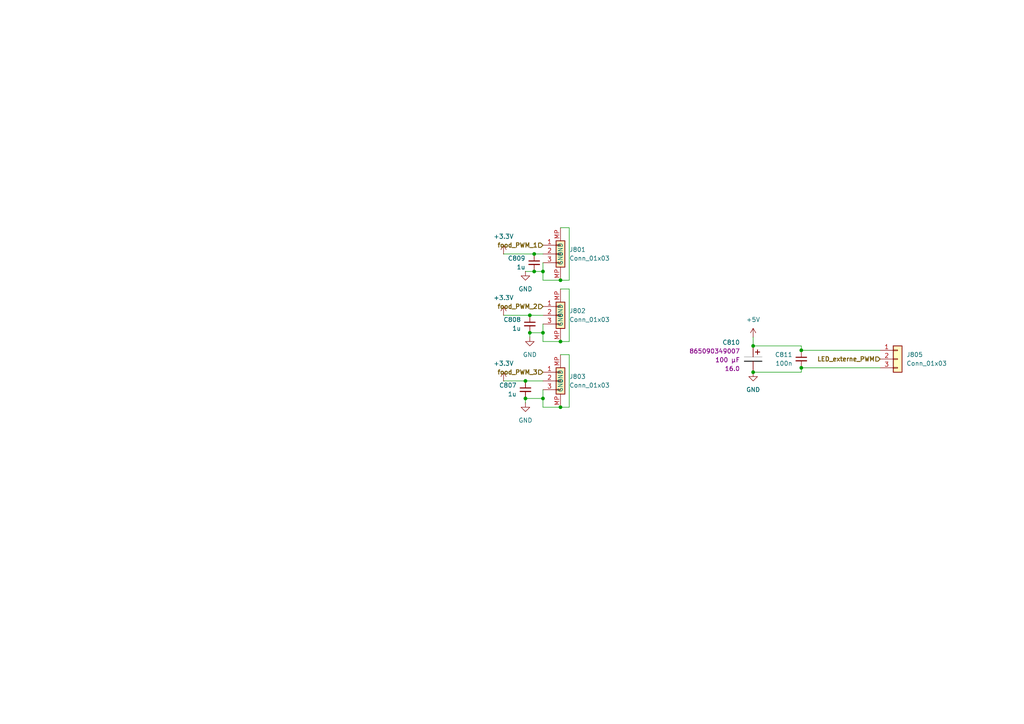
<source format=kicad_sch>
(kicad_sch (version 20250114) (generator "eeschema") (generator_version "9.0")
  (paper "A4")
  (lib_symbols
    (symbol "Capacitor_Wurth_WCAP-ASLU:D8L6.5_865090349007" (pin_numbers (hide yes)) (pin_names (hide yes))
      (property "Reference" "C" (at 5.08 5.08 0))
      (property "Part Number" "865090349007" (at 5.08 2.54 0))
      (property "Capacitance" "100 µF" (at 5.08 0 0))
      (property "Voltage" "16.0" (at 5.08 -2.54 0))
      (symbol "D8L6.5_865090349007_1_1"
        (polyline (pts (xy -1.27 2.667) (xy -1.27 1.397)) (stroke (width 0.254)))
        (polyline (pts (xy -0.635 2.032) (xy -1.905 2.032)) (stroke (width 0.254)))
        (polyline (pts (xy 2.54 0.635) (xy -2.54 0.635)) (stroke (width 0.254) (color 194 194 194 1)))
        (polyline (pts (xy 2.54 -0.635) (xy -2.54 -0.635)) (stroke (width 0.254) (color 0 0 0 1)))
        (pin passive line (at 0 3.81 270) (length 3.175) (name "1") (number "1"))
        (pin passive line (at 0 -3.81 90) (length 3.175) (name "2") (number "2"))
      )
    )
    (symbol "Connector_Generic:Conn_01x03" (pin_names (offset 1.016) (hide yes))
      (property "Reference" "J" (at 0 5.08 0))
      (property "Value" "Conn_01x03" (at 0 -5.08 0))
      (symbol "Conn_01x03_1_1"
        (rectangle (start -1.27 3.81) (end 1.27 -3.81) (stroke (width 0.254)) (fill (type background)))
        (rectangle (start -1.27 2.667) (end 0 2.413) (stroke (width 0.1524)))
        (rectangle (start -1.27 0.127) (end 0 -0.127) (stroke (width 0.1524)))
        (rectangle (start -1.27 -2.413) (end 0 -2.667) (stroke (width 0.1524)))
        (pin passive line (at -5.08 2.54 0) (length 3.81) (name "Pin_1") (number "1"))
        (pin passive line (at -5.08 0 0) (length 3.81) (name "Pin_2") (number "2"))
        (pin passive line (at -5.08 -2.54 0) (length 3.81) (name "Pin_3") (number "3"))
      )
    )
    (symbol "Device:C_Small" (pin_numbers (hide yes)) (pin_names (offset 0.254) (hide yes))
      (property "Reference" "C" (at 0.254 1.778 0))
      (property "Value" "C_Small" (at 0.254 -2.032 0))
      (symbol "C_Small_0_1"
        (polyline (pts (xy -1.524 0.508) (xy 1.524 0.508)) (stroke (width 0.3048)))
        (polyline (pts (xy -1.524 -0.508) (xy 1.524 -0.508)) (stroke (width 0.3302)))
      )
      (symbol "C_Small_1_1"
        (pin passive line (at 0 2.54 270) (length 2.032) (name "~") (number "1"))
        (pin passive line (at 0 -2.54 90) (length 2.032) (name "~") (number "2"))
      )
    )
    (symbol "JST_SH_3_Vertical_1"
      (property "Reference" "U" (at 0 0 0))
      (symbol "JST_SH_3_Vertical_1_1_1"
        (rectangle (start -1.27 5.08) (end 1.27 -2.54) (stroke (width 0.254)) (fill (type background)))
        (rectangle (start -1.27 3.937) (end 0 3.683) (stroke (width 0.1524)))
        (rectangle (start -1.27 1.397) (end 0 1.143) (stroke (width 0.1524)))
        (rectangle (start -1.27 -1.143) (end 0 -1.397) (stroke (width 0.1524)))
        (pin passive line (at -5.08 3.81 0) (length 3.81) (name "") (number "1"))
        (pin passive line (at -5.08 1.27 0) (length 3.81) (name "") (number "2"))
        (pin passive line (at -5.08 -1.27 0) (length 3.81) (name "") (number "3"))
        (pin power_in line (at 0 8.89 270) (length 3.81) (name "GND") (number "MP"))
        (pin power_in line (at 0 -6.35 90) (length 3.81) (name "GND") (number "MP"))
      )
    )
    (symbol "JST_SH_3_Vertical_2"
      (property "Reference" "U" (at 0 0 0))
      (symbol "JST_SH_3_Vertical_2_1_1"
        (rectangle (start -1.27 5.08) (end 1.27 -2.54) (stroke (width 0.254)) (fill (type background)))
        (rectangle (start -1.27 3.937) (end 0 3.683) (stroke (width 0.1524)))
        (rectangle (start -1.27 1.397) (end 0 1.143) (stroke (width 0.1524)))
        (rectangle (start -1.27 -1.143) (end 0 -1.397) (stroke (width 0.1524)))
        (pin passive line (at -5.08 3.81 0) (length 3.81) (name "") (number "1"))
        (pin passive line (at -5.08 1.27 0) (length 3.81) (name "") (number "2"))
        (pin passive line (at -5.08 -1.27 0) (length 3.81) (name "") (number "3"))
        (pin power_in line (at 0 8.89 270) (length 3.81) (name "GND") (number "MP"))
        (pin power_in line (at 0 -6.35 90) (length 3.81) (name "GND") (number "MP"))
      )
    )
    (symbol "my_lib:JST_SH_3_Vertical"
      (property "Reference" "U" (at 0 0 0))
      (symbol "JST_SH_3_Vertical_1_1"
        (rectangle (start -1.27 5.08) (end 1.27 -2.54) (stroke (width 0.254)) (fill (type background)))
        (rectangle (start -1.27 3.937) (end 0 3.683) (stroke (width 0.1524)))
        (rectangle (start -1.27 1.397) (end 0 1.143) (stroke (width 0.1524)))
        (rectangle (start -1.27 -1.143) (end 0 -1.397) (stroke (width 0.1524)))
        (pin passive line (at -5.08 3.81 0) (length 3.81) (name "") (number "1"))
        (pin passive line (at -5.08 1.27 0) (length 3.81) (name "") (number "2"))
        (pin passive line (at -5.08 -1.27 0) (length 3.81) (name "") (number "3"))
        (pin power_in line (at 0 8.89 270) (length 3.81) (name "GND") (number "MP"))
        (pin power_in line (at 0 -6.35 90) (length 3.81) (name "GND") (number "MP"))
      )
    )
    (symbol "power:+3.3V" (power) (pin_numbers (hide yes)) (pin_names (offset 0) (hide yes))
      (property "Value" "+3.3V" (at 0 3.556 0))
      (symbol "+3.3V_0_1"
        (polyline (pts (xy -0.762 1.27) (xy 0 2.54)))
        (polyline (pts (xy 0 2.54) (xy 0.762 1.27)))
        (polyline (pts (xy 0 0) (xy 0 2.54)))
      )
      (symbol "+3.3V_1_1"
        (pin power_in line (at 0 0 90) (length 0) (name "~") (number "1"))
      )
    )
    (symbol "power:+5V" (power) (pin_numbers (hide yes)) (pin_names (offset 0) (hide yes))
      (property "Value" "+5V" (at 0 3.556 0))
      (symbol "+5V_0_1"
        (polyline (pts (xy -0.762 1.27) (xy 0 2.54)))
        (polyline (pts (xy 0 2.54) (xy 0.762 1.27)))
        (polyline (pts (xy 0 0) (xy 0 2.54)))
      )
      (symbol "+5V_1_1"
        (pin power_in line (at 0 0 90) (length 0) (name "~") (number "1"))
      )
    )
    (symbol "power:GND" (power) (pin_numbers (hide yes)) (pin_names (offset 0) (hide yes))
      (property "Value" "GND" (at 0 -3.81 0))
      (symbol "GND_0_1"
        (polyline (pts (xy 0 0) (xy 0 -1.27) (xy 1.27 -1.27) (xy 0 -2.54) (xy -1.27 -1.27) (xy 0 -1.27)))
      )
      (symbol "GND_1_1"
        (pin power_in line (at 0 0 270) (length 0) (name "~") (number "1"))
      )
    )
  )
  (junction (at 157.48 96.52))
  (junction (at 162.56 118.11))
  (junction (at 218.44 107.95))
  (junction (at 157.48 78.74))
  (junction (at 154.94 78.74))
  (junction (at 232.41 106.68))
  (junction (at 152.4 110.49))
  (junction (at 162.56 81.28))
  (junction (at 162.56 99.06))
  (junction (at 153.67 96.52))
  (junction (at 232.41 101.6))
  (junction (at 157.48 115.57))
  (junction (at 153.67 91.44))
  (junction (at 154.94 73.66))
  (junction (at 218.44 100.33))
  (junction (at 152.4 115.57))
  (wire (pts (xy 157.48 99.06) (xy 157.48 96.52)))
  (wire (pts (xy 232.41 106.68) (xy 255.27 106.68)))
  (wire (pts (xy 146.05 73.66) (xy 154.94 73.66)))
  (wire (pts (xy 162.56 118.11) (xy 157.48 118.11)))
  (wire (pts (xy 165.1 83.82) (xy 165.1 99.06)))
  (wire (pts (xy 232.41 100.33) (xy 232.41 101.6)))
  (wire (pts (xy 152.4 110.49) (xy 157.48 110.49)))
  (wire (pts (xy 157.48 78.74) (xy 157.48 76.2)))
  (wire (pts (xy 152.4 116.84) (xy 152.4 115.57)))
  (wire (pts (xy 165.1 66.04) (xy 162.56 66.04)))
  (wire (pts (xy 157.48 81.28) (xy 157.48 78.74)))
  (wire (pts (xy 153.67 91.44) (xy 157.48 91.44)))
  (wire (pts (xy 232.41 101.6) (xy 255.27 101.6)))
  (wire (pts (xy 165.1 99.06) (xy 162.56 99.06)))
  (wire (pts (xy 157.48 96.52) (xy 157.48 93.98)))
  (wire (pts (xy 218.44 100.33) (xy 232.41 100.33)))
  (wire (pts (xy 162.56 99.06) (xy 157.48 99.06)))
  (wire (pts (xy 162.56 81.28) (xy 157.48 81.28)))
  (wire (pts (xy 162.56 81.28) (xy 165.1 81.28)))
  (wire (pts (xy 165.1 81.28) (xy 165.1 66.04)))
  (wire (pts (xy 165.1 102.87) (xy 162.56 102.87)))
  (wire (pts (xy 153.67 97.79) (xy 153.67 96.52)))
  (wire (pts (xy 152.4 78.74) (xy 154.94 78.74)))
  (wire (pts (xy 218.44 107.95) (xy 232.41 107.95)))
  (wire (pts (xy 154.94 73.66) (xy 157.48 73.66)))
  (wire (pts (xy 157.48 118.11) (xy 157.48 115.57)))
  (wire (pts (xy 157.48 115.57) (xy 157.48 113.03)))
  (wire (pts (xy 154.94 78.74) (xy 157.48 78.74)))
  (wire (pts (xy 162.56 118.11) (xy 165.1 118.11)))
  (wire (pts (xy 146.05 110.49) (xy 152.4 110.49)))
  (wire (pts (xy 162.56 83.82) (xy 165.1 83.82)))
  (wire (pts (xy 153.67 96.52) (xy 157.48 96.52)))
  (wire (pts (xy 232.41 107.95) (xy 232.41 106.68)))
  (wire (pts (xy 165.1 118.11) (xy 165.1 102.87)))
  (wire (pts (xy 218.44 97.79) (xy 218.44 100.33)))
  (wire (pts (xy 146.05 91.44) (xy 153.67 91.44)))
  (wire (pts (xy 152.4 115.57) (xy 157.48 115.57)))
  (hierarchical_label "food_PWM_2" (shape input) (at 157.48 88.9 180) (effects (font (thickness 0.254) (bold yes))))
  (hierarchical_label "food_PWM_1" (shape input) (at 157.48 71.12 180) (effects (font (thickness 0.254) (bold yes))))
  (hierarchical_label "LED_externe_PWM" (shape input) (at 255.27 104.14 180) (effects (font (thickness 0.254) (bold yes))))
  (hierarchical_label "food_PWM_3" (shape input) (at 157.48 107.95 180) (effects (font (thickness 0.254) (bold yes))))
  (symbol (lib_id "power:+3.3V") (at 146.05 73.66 0) (unit 1)
    (property "Reference" "#PWR0807" (effects (hide yes)))
    (property "Value" "+3.3V" (at 146.05 68.58 0))
    (property "Description" "Power symbol creates a global label with name \"+3.3V\"" (effects (hide yes)))
  )
  (symbol (lib_id "power:GND") (at 218.44 107.95 0) (unit 1)
    (property "Reference" "#PWR0818" (effects (hide yes)))
    (property "Value" "GND" (at 218.44 113.03 0))
    (property "Description" "Power symbol creates a global label with name \"GND\" , ground" (effects (hide yes)))
  )
  (symbol (lib_id "power:+3.3V") (at 146.05 91.44 0) (unit 1)
    (property "Reference" "#PWR0808" (effects (hide yes)))
    (property "Value" "+3.3V" (at 146.05 86.36 0))
    (property "Description" "Power symbol creates a global label with name \"+3.3V\"" (effects (hide yes)))
  )
  (symbol (lib_id "power:GND") (at 152.4 116.84 0) (unit 1)
    (property "Reference" "#PWR0812" (effects (hide yes)))
    (property "Value" "GND" (at 152.4 121.92 0))
    (property "Description" "Power symbol creates a global label with name \"GND\" , ground" (effects (hide yes)))
  )
  (symbol (lib_name "JST_SH_3_Vertical_1") (lib_id "my_lib:JST_SH_3_Vertical") (at 162.56 74.93 0) (unit 1)
    (property "Reference" "J801" (at 165.1 72.3899 0) (effects (justify left)))
    (property "Value" "Conn_01x03" (at 165.1 74.9299 0) (effects (justify left)))
    (property "Footprint" "Connector_JST:JST_SH_BM03B-SRSS-TB_1x03-1MP_P1.00mm_Vertical" (effects (hide yes)))
    (property "Description" "Generic connector, single row, 01x03, script generated (kicad-library-utils/schlib/autogen/connector/)" (effects (hide yes)))
  )
  (symbol (lib_id "power:+5V") (at 218.44 97.79 0) (unit 1)
    (property "Reference" "#PWR0817" (effects (hide yes)))
    (property "Value" "+5V" (at 218.44 92.71 0))
    (property "Description" "Power symbol creates a global label with name \"+5V\"" (effects (hide yes)))
  )
  (symbol (lib_id "my_lib:JST_SH_3_Vertical") (at 162.56 111.76 0) (unit 1)
    (property "Reference" "J803" (at 165.1 109.2199 0) (effects (justify left)))
    (property "Value" "Conn_01x03" (at 165.1 111.7599 0) (effects (justify left)))
    (property "Footprint" "Connector_JST:JST_SH_BM03B-SRSS-TB_1x03-1MP_P1.00mm_Vertical" (effects (hide yes)))
    (property "Description" "Generic connector, single row, 01x03, script generated (kicad-library-utils/schlib/autogen/connector/)" (effects (hide yes)))
  )
  (symbol (lib_id "power:+3.3V") (at 146.05 110.49 0) (unit 1)
    (property "Reference" "#PWR0809" (effects (hide yes)))
    (property "Value" "+3.3V" (at 146.05 105.41 0))
    (property "Description" "Power symbol creates a global label with name \"+3.3V\"" (effects (hide yes)))
  )
  (symbol (lib_id "power:GND") (at 153.67 97.79 0) (unit 1)
    (property "Reference" "#PWR0813" (effects (hide yes)))
    (property "Value" "GND" (at 153.67 102.87 0))
    (property "Description" "Power symbol creates a global label with name \"GND\" , ground" (effects (hide yes)))
  )
  (symbol (lib_id "Device:C_Small") (at 154.94 76.2 0) (unit 1)
    (property "Reference" "C809" (at 152.4 74.9362 0) (effects (justify right)))
    (property "Value" "1u" (at 152.4 77.4762 0) (effects (justify right)))
    (property "Footprint" "Capacitor_SMD:C_0603_1608Metric" (effects (hide yes)))
    (property "Description" "Unpolarized capacitor, small symbol" (effects (hide yes)))
  )
  (symbol (lib_id "power:GND") (at 152.4 78.74 0) (unit 1)
    (property "Reference" "#PWR0811" (effects (hide yes)))
    (property "Value" "GND" (at 152.4 83.82 0))
    (property "Description" "Power symbol creates a global label with name \"GND\" , ground" (effects (hide yes)))
  )
  (symbol (lib_id "Device:C_Small") (at 153.67 93.98 0) (unit 1)
    (property "Reference" "C808" (at 151.13 92.7162 0) (effects (justify right)))
    (property "Value" "1u" (at 151.13 95.2562 0) (effects (justify right)))
    (property "Footprint" "Capacitor_SMD:C_0603_1608Metric" (effects (hide yes)))
    (property "Description" "Unpolarized capacitor, small symbol" (effects (hide yes)))
  )
  (symbol (lib_name "JST_SH_3_Vertical_2") (lib_id "my_lib:JST_SH_3_Vertical") (at 162.56 92.71 0) (unit 1)
    (property "Reference" "J802" (at 165.1 90.1699 0) (effects (justify left)))
    (property "Value" "Conn_01x03" (at 165.1 92.7099 0) (effects (justify left)))
    (property "Footprint" "Connector_JST:JST_SH_BM03B-SRSS-TB_1x03-1MP_P1.00mm_Vertical" (effects (hide yes)))
    (property "Description" "Generic connector, single row, 01x03, script generated (kicad-library-utils/schlib/autogen/connector/)" (effects (hide yes)))
  )
  (symbol (lib_id "Device:C_Small") (at 232.41 104.14 0) (unit 1)
    (property "Reference" "C811" (at 229.87 102.8762 0) (effects (justify right)))
    (property "Value" "100n" (at 229.87 105.4162 0) (effects (justify right)))
    (property "Footprint" "Capacitor_SMD:C_0402_1005Metric" (effects (hide yes)))
    (property "Description" "Unpolarized capacitor, small symbol" (effects (hide yes)))
  )
  (symbol (lib_id "Connector_Generic:Conn_01x03") (at 260.35 104.14 0) (unit 1)
    (property "Reference" "J805" (at 262.89 102.8699 0) (effects (justify left)))
    (property "Value" "Conn_01x03" (at 262.89 105.4099 0) (effects (justify left)))
    (property "Footprint" "Connector_JST:JST_PH_B3B-PH-K_1x03_P2.00mm_Vertical" (effects (hide yes)))
    (property "Description" "Generic connector, single row, 01x03, script generated (kicad-library-utils/schlib/autogen/connector/)" (effects (hide yes)))
  )
  (symbol (lib_id "Device:C_Small") (at 152.4 113.03 0) (unit 1)
    (property "Reference" "C807" (at 149.86 111.7662 0) (effects (justify right)))
    (property "Value" "1u" (at 149.86 114.3062 0) (effects (justify right)))
    (property "Footprint" "Capacitor_SMD:C_0603_1608Metric" (effects (hide yes)))
    (property "Description" "Unpolarized capacitor, small symbol" (effects (hide yes)))
  )
  (symbol (lib_id "Capacitor_Wurth_WCAP-ASLU:D8L6.5_865090349007") (at 218.44 104.14 0) (mirror y) (unit 1)
    (property "Reference" "C810" (at 214.63 99.3139 0) (effects (justify left)))
    (property "Value" "D8L6.5_865090349007" (effects (hide yes)))
    (property "Footprint" "Capacitor_SMD_Wurth:CP_Wurth_WCAP-ASLU-D8L6.5" (effects (hide yes)))
    (property "Datasheet" "https://www.we-online.com/catalog/datasheet/865090349007.pdf?ki" (effects (hide yes)))
    (property "Description" "Aluminum Electrolytic Capacitors" (effects (hide yes)))
    (property "Manufacturer" "Wurth Elektronik" (effects (hide yes)))
    (property "Manufacturer URL" "https://www.we-online.com" (effects (hide yes)))
    (property "Published Date" "20251008" (effects (hide yes)))
    (property "Match Code" "WCAP-ASLU" (effects (hide yes)))
    (property "Size" "D8L6.5" (effects (hide yes)))
    (property "Mounting Technology" "SMT" (effects (hide yes)))
    (property "Part Number" "865090349007" (at 214.63 101.8539 0) (effects (justify left)))
    (property "Capacitance" "100 µF" (at 214.63 104.3939 0) (effects (justify left)))
    (property "Voltage" "16.0" (at 214.63 106.9339 0) (effects (justify left)))
    (property "C" "100 µF" (effects (hide yes)))
    (property "VR (V (DC))" "16.0" (effects (hide yes)))
    (property "Endurance (h)" "1000" (effects (hide yes)))
    (property "Operating Temperature" "-40 °C up to +85 °C" (effects (hide yes)))
    (property "IRIPPLE (mA)" "92.0" (effects (hide yes)))
    (property "ILeak (µA)" "3.2" (effects (hide yes)))
    (property "DF (%)" "18" (effects (hide yes)))
    (property "Ø D (mm)" "8.0" (effects (hide yes)))
    (property "L (mm)" "6.5" (effects (hide yes)))
  )
)
</source>
